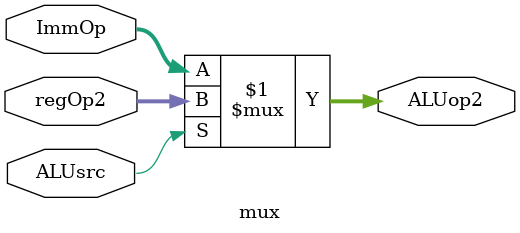
<source format=sv>
module mux(
    input   logic [31:0]      regOp2, ImmOp,
    input   logic             ALUsrc,
    output  logic [31:0]       ALUop2

);

    assign ALUop2 = ALUsrc ? regOp2 : ImmOp;
endmodule


</source>
